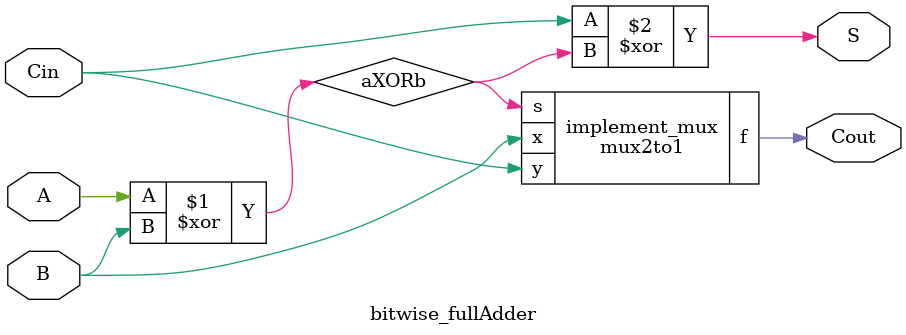
<source format=v>
module rippleCarryAdder(a, b, carry_in, total_sum);

	input [n:0] a;
	input [n:0] b;
	input carry_in;				// initial input
	output [n+1:0] total_sum;

	wire [n:0] carry_out;
	wire [n:0] carry_wire;				// Cin for each FA except first one.
	assign  total_sum[n+1] = carry_wire[n];

	bitwise_fullAdder FA0 (a[0], b[0], carry_in, total_sum[0], carry_wire[0]);
	bitwise_fullAdder FA1 (a[1], b[1], carry_wire[0], total_sum[1], carry_wire[1]);
	bitwise_fullAdder FA2 (a[2], b[2], carry_wire[1], total_sum[2], carry_wire[2]);
//	.		.		.		.
//	.		.		.		.	Continue till n
//	.		.		.		.
	bitwise_fullAdder FAn (a[n], b[n], carry_wire[n-1], total_sum[n], carry_wire[n]);
endmodule


module mux2to1 (x, y, s, f);
	input x, y, s;
	output f;
	
	assign f=(~s & x) | (s & y);
endmodule


module bitwise_fullAdder (A, B, Cin, S, Cout);
	input A, B, Cin;
	output S, Cout;
	wire aXORb; 					// You can skip this
	assign aXORb = A ^ B;			// step and plug in directly

	assign S = Cin ^ aXORb;
	mux2to1 implement_mux(B, Cin, aXORb, Cout);		
endmodule 


</source>
